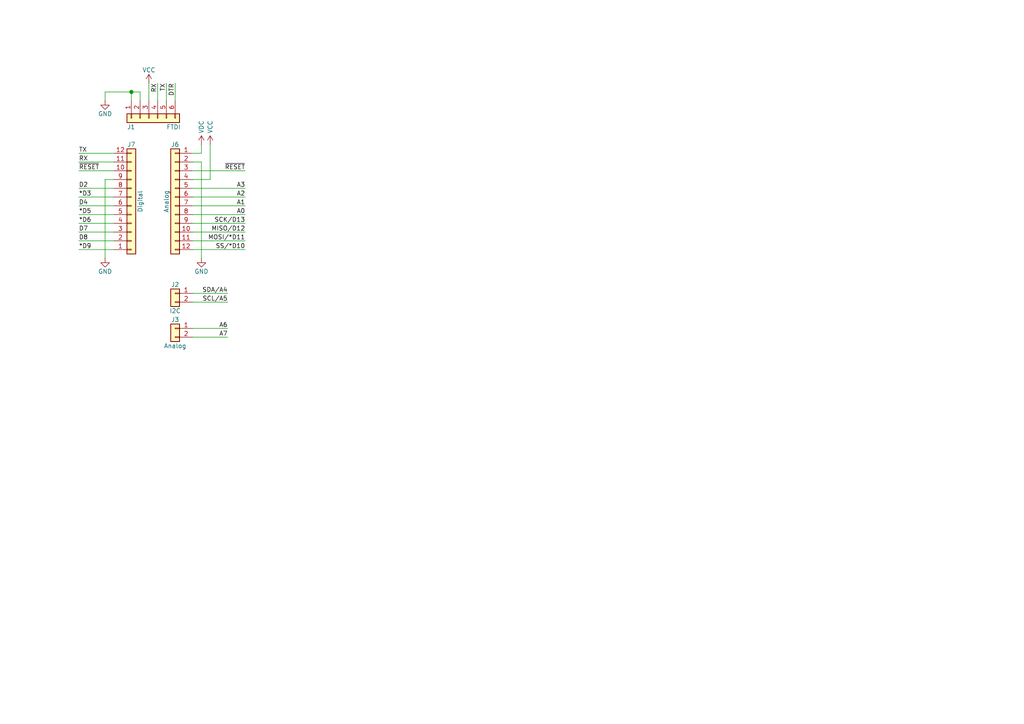
<source format=kicad_sch>
(kicad_sch (version 20250114) (generator "eeschema") (generator_version "9.0")
  (paper "A4")
  (title_block (date "sam. 04 avril 2015"))
  (lib_symbols
    (symbol "Connector_Generic:Conn_01x02" (pin_names (offset 1.016) (hide yes))
      (property "Reference" "J" (at 0 2.54 0))
      (property "Value" "Conn_01x02" (at 0 -5.08 0))
      (symbol "Conn_01x02_1_1"
        (rectangle (start -1.27 1.27) (end 1.27 -3.81) (stroke (width 0.254)) (fill (type background)))
        (rectangle (start -1.27 0.127) (end 0 -0.127) (stroke (width 0.1524)))
        (rectangle (start -1.27 -2.413) (end 0 -2.667) (stroke (width 0.1524)))
        (pin passive line (at -5.08 0 0) (length 3.81) (name "Pin_1") (number "1"))
        (pin passive line (at -5.08 -2.54 0) (length 3.81) (name "Pin_2") (number "2"))
      )
    )
    (symbol "Connector_Generic:Conn_01x06" (pin_names (offset 1.016) (hide yes))
      (property "Reference" "J" (at 0 7.62 0))
      (property "Value" "Conn_01x06" (at 0 -10.16 0))
      (symbol "Conn_01x06_1_1"
        (rectangle (start -1.27 6.35) (end 1.27 -8.89) (stroke (width 0.254)) (fill (type background)))
        (rectangle (start -1.27 5.207) (end 0 4.953) (stroke (width 0.1524)))
        (rectangle (start -1.27 2.667) (end 0 2.413) (stroke (width 0.1524)))
        (rectangle (start -1.27 0.127) (end 0 -0.127) (stroke (width 0.1524)))
        (rectangle (start -1.27 -2.413) (end 0 -2.667) (stroke (width 0.1524)))
        (rectangle (start -1.27 -4.953) (end 0 -5.207) (stroke (width 0.1524)))
        (rectangle (start -1.27 -7.493) (end 0 -7.747) (stroke (width 0.1524)))
        (pin passive line (at -5.08 5.08 0) (length 3.81) (name "Pin_1") (number "1"))
        (pin passive line (at -5.08 2.54 0) (length 3.81) (name "Pin_2") (number "2"))
        (pin passive line (at -5.08 0 0) (length 3.81) (name "Pin_3") (number "3"))
        (pin passive line (at -5.08 -2.54 0) (length 3.81) (name "Pin_4") (number "4"))
        (pin passive line (at -5.08 -5.08 0) (length 3.81) (name "Pin_5") (number "5"))
        (pin passive line (at -5.08 -7.62 0) (length 3.81) (name "Pin_6") (number "6"))
      )
    )
    (symbol "Connector_Generic:Conn_01x12" (pin_names (offset 1.016) (hide yes))
      (property "Reference" "J" (at 0 15.24 0))
      (property "Value" "Conn_01x12" (at 0 -17.78 0))
      (symbol "Conn_01x12_1_1"
        (rectangle (start -1.27 13.97) (end 1.27 -16.51) (stroke (width 0.254)) (fill (type background)))
        (rectangle (start -1.27 12.827) (end 0 12.573) (stroke (width 0.1524)))
        (rectangle (start -1.27 10.287) (end 0 10.033) (stroke (width 0.1524)))
        (rectangle (start -1.27 7.747) (end 0 7.493) (stroke (width 0.1524)))
        (rectangle (start -1.27 5.207) (end 0 4.953) (stroke (width 0.1524)))
        (rectangle (start -1.27 2.667) (end 0 2.413) (stroke (width 0.1524)))
        (rectangle (start -1.27 0.127) (end 0 -0.127) (stroke (width 0.1524)))
        (rectangle (start -1.27 -2.413) (end 0 -2.667) (stroke (width 0.1524)))
        (rectangle (start -1.27 -4.953) (end 0 -5.207) (stroke (width 0.1524)))
        (rectangle (start -1.27 -7.493) (end 0 -7.747) (stroke (width 0.1524)))
        (rectangle (start -1.27 -10.033) (end 0 -10.287) (stroke (width 0.1524)))
        (rectangle (start -1.27 -12.573) (end 0 -12.827) (stroke (width 0.1524)))
        (rectangle (start -1.27 -15.113) (end 0 -15.367) (stroke (width 0.1524)))
        (pin passive line (at -5.08 12.7 0) (length 3.81) (name "Pin_1") (number "1"))
        (pin passive line (at -5.08 10.16 0) (length 3.81) (name "Pin_2") (number "2"))
        (pin passive line (at -5.08 7.62 0) (length 3.81) (name "Pin_3") (number "3"))
        (pin passive line (at -5.08 5.08 0) (length 3.81) (name "Pin_4") (number "4"))
        (pin passive line (at -5.08 2.54 0) (length 3.81) (name "Pin_5") (number "5"))
        (pin passive line (at -5.08 0 0) (length 3.81) (name "Pin_6") (number "6"))
        (pin passive line (at -5.08 -2.54 0) (length 3.81) (name "Pin_7") (number "7"))
        (pin passive line (at -5.08 -5.08 0) (length 3.81) (name "Pin_8") (number "8"))
        (pin passive line (at -5.08 -7.62 0) (length 3.81) (name "Pin_9") (number "9"))
        (pin passive line (at -5.08 -10.16 0) (length 3.81) (name "Pin_10") (number "10"))
        (pin passive line (at -5.08 -12.7 0) (length 3.81) (name "Pin_11") (number "11"))
        (pin passive line (at -5.08 -15.24 0) (length 3.81) (name "Pin_12") (number "12"))
      )
    )
    (symbol "power:GND" (power) (pin_numbers (hide yes)) (pin_names (offset 0) (hide yes))
      (property "Value" "GND" (at 0 -3.81 0))
      (symbol "GND_0_1"
        (polyline (pts (xy 0 0) (xy 0 -1.27) (xy 1.27 -1.27) (xy 0 -2.54) (xy -1.27 -1.27) (xy 0 -1.27)))
      )
      (symbol "GND_1_1"
        (pin power_in line (at 0 0 270) (length 0) (name "~") (number "1"))
      )
    )
    (symbol "power:VCC" (power) (pin_numbers (hide yes)) (pin_names (offset 0) (hide yes))
      (property "Value" "VCC" (at 0 3.556 0))
      (symbol "VCC_0_1"
        (polyline (pts (xy -0.762 1.27) (xy 0 2.54)))
        (polyline (pts (xy 0 2.54) (xy 0.762 1.27)))
        (polyline (pts (xy 0 0) (xy 0 2.54)))
      )
      (symbol "VCC_1_1"
        (pin power_in line (at 0 0 90) (length 0) (name "~") (number "1"))
      )
    )
    (symbol "power:VDC" (power) (pin_numbers (hide yes)) (pin_names (offset 0) (hide yes))
      (property "Value" "VDC" (at 0 3.556 0))
      (symbol "VDC_0_1"
        (polyline (pts (xy -0.762 1.27) (xy 0 2.54)))
        (polyline (pts (xy 0 2.54) (xy 0.762 1.27)))
        (polyline (pts (xy 0 0) (xy 0 2.54)))
      )
      (symbol "VDC_1_1"
        (pin power_in line (at 0 0 90) (length 0) (name "~") (number "1"))
      )
    )
  )
  (junction (at 38.1 26.67) (diameter 1.016))
  (wire (pts (xy 48.26 24.13) (xy 48.26 29.21)))
  (wire (pts (xy 55.88 44.45) (xy 58.42 44.45)))
  (wire (pts (xy 58.42 41.91) (xy 58.42 44.45)))
  (wire (pts (xy 22.86 69.85) (xy 33.02 69.85)))
  (wire (pts (xy 30.48 52.07) (xy 30.48 74.93)))
  (wire (pts (xy 55.88 59.69) (xy 71.12 59.69)))
  (wire (pts (xy 55.88 97.79) (xy 66.04 97.79)))
  (wire (pts (xy 55.88 72.39) (xy 71.12 72.39)))
  (wire (pts (xy 55.88 69.85) (xy 71.12 69.85)))
  (wire (pts (xy 58.42 46.99) (xy 58.42 74.93)))
  (wire (pts (xy 38.1 26.67) (xy 38.1 29.21)))
  (wire (pts (xy 55.88 54.61) (xy 71.12 54.61)))
  (wire (pts (xy 55.88 57.15) (xy 71.12 57.15)))
  (wire (pts (xy 60.96 41.91) (xy 60.96 52.07)))
  (wire (pts (xy 30.48 26.67) (xy 30.48 29.21)))
  (wire (pts (xy 22.86 46.99) (xy 33.02 46.99)))
  (wire (pts (xy 55.88 52.07) (xy 60.96 52.07)))
  (wire (pts (xy 22.86 57.15) (xy 33.02 57.15)))
  (wire (pts (xy 22.86 44.45) (xy 33.02 44.45)))
  (wire (pts (xy 30.48 52.07) (xy 33.02 52.07)))
  (wire (pts (xy 55.88 85.09) (xy 66.04 85.09)))
  (wire (pts (xy 55.88 62.23) (xy 71.12 62.23)))
  (wire (pts (xy 55.88 67.31) (xy 71.12 67.31)))
  (wire (pts (xy 43.18 24.13) (xy 43.18 29.21)))
  (wire (pts (xy 22.86 54.61) (xy 33.02 54.61)))
  (wire (pts (xy 22.86 72.39) (xy 33.02 72.39)))
  (wire (pts (xy 30.48 26.67) (xy 38.1 26.67)))
  (wire (pts (xy 40.64 26.67) (xy 38.1 26.67)))
  (wire (pts (xy 40.64 29.21) (xy 40.64 26.67)))
  (wire (pts (xy 22.86 59.69) (xy 33.02 59.69)))
  (wire (pts (xy 55.88 49.53) (xy 71.12 49.53)))
  (wire (pts (xy 22.86 64.77) (xy 33.02 64.77)))
  (wire (pts (xy 22.86 62.23) (xy 33.02 62.23)))
  (wire (pts (xy 55.88 95.25) (xy 66.04 95.25)))
  (wire (pts (xy 22.86 67.31) (xy 33.02 67.31)))
  (wire (pts (xy 55.88 87.63) (xy 66.04 87.63)))
  (wire (pts (xy 55.88 64.77) (xy 71.12 64.77)))
  (wire (pts (xy 45.72 24.13) (xy 45.72 29.21)))
  (wire (pts (xy 55.88 46.99) (xy 58.42 46.99)))
  (wire (pts (xy 50.8 24.13) (xy 50.8 29.21)))
  (wire (pts (xy 22.86 49.53) (xy 33.02 49.53)))
  (label "D4" (at 22.86 59.69 0))
  (label "MISO{slash}D12" (at 71.12 67.31 180))
  (label "TX" (at 22.86 44.45 0))
  (label "A2" (at 71.12 57.15 180))
  (label "A0" (at 71.12 62.23 180))
  (label "MOSI{slash}*D11" (at 71.12 69.85 180))
  (label "SDA{slash}A4" (at 66.04 85.09 180))
  (label "*D3" (at 22.86 57.15 0))
  (label "D2" (at 22.86 54.61 0))
  (label "*D5" (at 22.86 62.23 0))
  (label "*D6" (at 22.86 64.77 0))
  (label "D8" (at 22.86 69.85 0))
  (label "*D9" (at 22.86 72.39 0))
  (label "~{RESET}" (at 71.12 49.53 180))
  (label "A1" (at 71.12 59.69 180))
  (label "RX" (at 22.86 46.99 0))
  (label "A6" (at 66.04 95.25 180))
  (label "RX" (at 45.72 24.13 270))
  (label "TX" (at 48.26 24.13 270))
  (label "DTR" (at 50.8 24.13 270))
  (label "D7" (at 22.86 67.31 0))
  (label "A3" (at 71.12 54.61 180))
  (label "~{RESET}" (at 22.86 49.53 0))
  (label "SCL{slash}A5" (at 66.04 87.63 180))
  (label "SS{slash}*D10" (at 71.12 72.39 180))
  (label "SCK{slash}D13" (at 71.12 64.77 180))
  (label "A7" (at 66.04 97.79 180))
  (symbol (lib_id "Connector_Generic:Conn_01x12") (at 38.1 59.69 0) (mirror x) (unit 1)
    (property "Reference" "J7" (at 38.1 41.91 0))
    (property "Value" "Digital" (at 40.64 58.42 90))
    (property "Footprint" "Connector_PinHeader_2.54mm:PinHeader_1x12_P2.54mm_Vertical" (effects (hide yes)))
    (property "Description" "Generic connector, single row, 01x12, script generated (kicad-library-utils/schlib/autogen/connector/)" (effects (hide yes)))
  )
  (symbol (lib_id "Connector_Generic:Conn_01x12") (at 50.8 57.15 0) (mirror y) (unit 1)
    (property "Reference" "J6" (at 50.8 41.91 0))
    (property "Value" "Analog" (at 48.26 58.42 90))
    (property "Footprint" "Connector_PinHeader_2.54mm:PinHeader_1x12_P2.54mm_Vertical" (effects (hide yes)))
    (property "Description" "Generic connector, single row, 01x12, script generated (kicad-library-utils/schlib/autogen/connector/)" (effects (hide yes)))
  )
  (symbol (lib_id "power:VCC") (at 43.18 24.13 0) (unit 1)
    (property "Reference" "#PWR0101" (effects (hide yes)))
    (property "Value" "VCC" (at 43.18 20.32 0))
    (property "Description" "Power symbol creates a global label with name \"VCC\"" (effects (hide yes)))
  )
  (symbol (lib_id "power:GND") (at 58.42 74.93 0) (unit 1)
    (property "Reference" "#PWR0106" (effects (hide yes)))
    (property "Value" "GND" (at 58.42 78.74 0))
    (property "Description" "Power symbol creates a global label with name \"GND\" , ground" (effects (hide yes)))
  )
  (symbol (lib_id "Connector_Generic:Conn_01x02") (at 50.8 95.25 0) (mirror y) (unit 1)
    (property "Reference" "J3" (at 50.8 92.71 0))
    (property "Value" "Analog" (at 50.8 100.33 0))
    (property "Footprint" "Connector_PinHeader_2.54mm:PinHeader_1x02_P2.54mm_Vertical" (effects (hide yes)))
    (property "Description" "Generic connector, single row, 01x02, script generated (kicad-library-utils/schlib/autogen/connector/)" (effects (hide yes)))
  )
  (symbol (lib_id "power:GND") (at 30.48 74.93 0) (unit 1)
    (property "Reference" "#PWR0105" (effects (hide yes)))
    (property "Value" "GND" (at 30.48 78.74 0))
    (property "Description" "Power symbol creates a global label with name \"GND\" , ground" (effects (hide yes)))
  )
  (symbol (lib_id "power:VDC") (at 58.42 41.91 0) (unit 1)
    (property "Reference" "#PWR0103" (effects (hide yes)))
    (property "Value" "VDC" (at 58.42 36.83 90))
    (property "Description" "Power symbol creates a global label with name \"VDC\"" (effects (hide yes)))
  )
  (symbol (lib_id "Connector_Generic:Conn_01x06") (at 43.18 34.29 90) (mirror x) (unit 1)
    (property "Reference" "J1" (at 36.83 36.83 90) (effects (justify right)))
    (property "Value" "FTDI" (at 48.26 36.83 90) (effects (justify right)))
    (property "Footprint" "Connector_PinHeader_2.54mm:PinHeader_1x06_P2.54mm_Horizontal" (effects (hide yes)))
    (property "Description" "Generic connector, single row, 01x06, script generated (kicad-library-utils/schlib/autogen/connector/)" (effects (hide yes)))
  )
  (symbol (lib_id "power:VCC") (at 60.96 41.91 0) (unit 1)
    (property "Reference" "#PWR0102" (effects (hide yes)))
    (property "Value" "VCC" (at 60.96 36.83 90))
    (property "Description" "Power symbol creates a global label with name \"VCC\"" (effects (hide yes)))
  )
  (symbol (lib_id "power:GND") (at 30.48 29.21 0) (unit 1)
    (property "Reference" "#PWR0104" (effects (hide yes)))
    (property "Value" "GND" (at 30.48 33.02 0))
    (property "Description" "Power symbol creates a global label with name \"GND\" , ground" (effects (hide yes)))
  )
  (symbol (lib_id "Connector_Generic:Conn_01x02") (at 50.8 85.09 0) (mirror y) (unit 1)
    (property "Reference" "J2" (at 50.8 82.55 0))
    (property "Value" "I2C" (at 50.8 90.17 0))
    (property "Footprint" "Connector_PinHeader_2.54mm:PinHeader_1x02_P2.54mm_Vertical" (effects (hide yes)))
    (property "Description" "Generic connector, single row, 01x02, script generated (kicad-library-utils/schlib/autogen/connector/)" (effects (hide yes)))
  )
)
</source>
